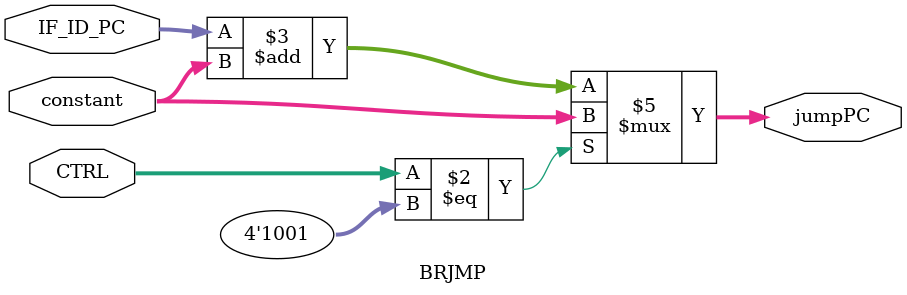
<source format=v>
`timescale 1ns / 1ps
module BRJMP(CTRL,IF_ID_PC,constant,jumpPC);
input [3:0]CTRL;
input [7:0]IF_ID_PC,constant;
output reg [7:0]jumpPC;

always@(*)
begin
	if(CTRL==4'b1001)
	jumpPC=constant;
	else
	jumpPC=IF_ID_PC+constant;
end

endmodule


</source>
